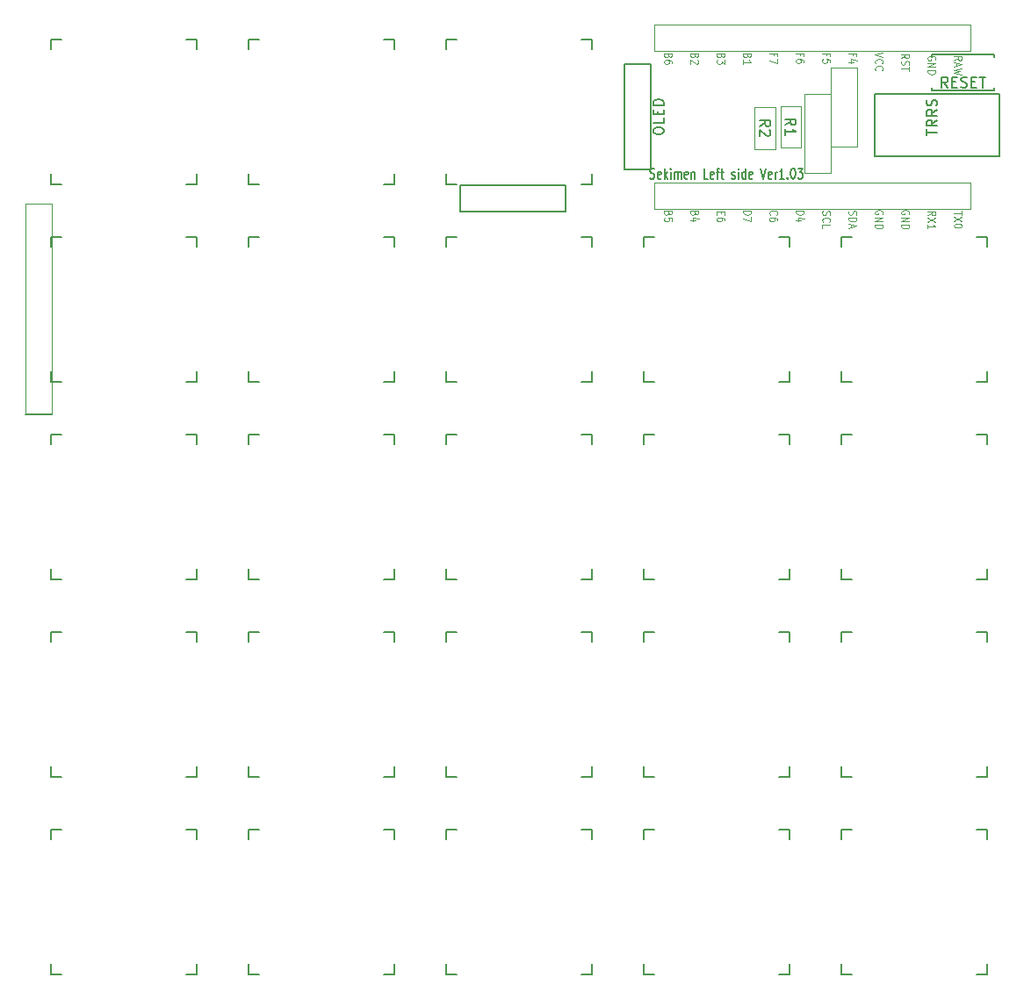
<source format=gto>
G04 #@! TF.GenerationSoftware,KiCad,Pcbnew,(5.1.2)-2*
G04 #@! TF.CreationDate,2020-05-17T13:13:39+09:00*
G04 #@! TF.ProjectId,_5x4+3______Ver1.03,e6357834-2b33-4adf-9cdc-fcc95f566572,rev?*
G04 #@! TF.SameCoordinates,Original*
G04 #@! TF.FileFunction,Legend,Top*
G04 #@! TF.FilePolarity,Positive*
%FSLAX46Y46*%
G04 Gerber Fmt 4.6, Leading zero omitted, Abs format (unit mm)*
G04 Created by KiCad (PCBNEW (5.1.2)-2) date 2020-05-17 13:13:39*
%MOMM*%
%LPD*%
G04 APERTURE LIST*
%ADD10C,0.150000*%
%ADD11C,0.127000*%
%ADD12C,0.120000*%
%ADD13C,0.125000*%
%ADD14C,1.900000*%
%ADD15C,2.100000*%
%ADD16C,4.200000*%
%ADD17C,1.400000*%
G04 APERTURE END LIST*
D10*
X73297619Y82416666D02*
X73773809Y82750000D01*
X73297619Y82988095D02*
X74297619Y82988095D01*
X74297619Y82607142D01*
X74250000Y82511904D01*
X74202380Y82464285D01*
X74107142Y82416666D01*
X73964285Y82416666D01*
X73869047Y82464285D01*
X73821428Y82511904D01*
X73773809Y82607142D01*
X73773809Y82988095D01*
X73297619Y81464285D02*
X73297619Y82035714D01*
X73297619Y81750000D02*
X74297619Y81750000D01*
X74154761Y81845238D01*
X74059523Y81940476D01*
X74011904Y82035714D01*
X70837619Y82316666D02*
X71313809Y82650000D01*
X70837619Y82888095D02*
X71837619Y82888095D01*
X71837619Y82507142D01*
X71790000Y82411904D01*
X71742380Y82364285D01*
X71647142Y82316666D01*
X71504285Y82316666D01*
X71409047Y82364285D01*
X71361428Y82411904D01*
X71313809Y82507142D01*
X71313809Y82888095D01*
X71742380Y81935714D02*
X71790000Y81888095D01*
X71837619Y81792857D01*
X71837619Y81554761D01*
X71790000Y81459523D01*
X71742380Y81411904D01*
X71647142Y81364285D01*
X71551904Y81364285D01*
X71409047Y81411904D01*
X70837619Y81983333D01*
X70837619Y81364285D01*
D11*
X60242857Y77295238D02*
X60350000Y77247619D01*
X60528571Y77247619D01*
X60600000Y77295238D01*
X60635714Y77342857D01*
X60671428Y77438095D01*
X60671428Y77533333D01*
X60635714Y77628571D01*
X60600000Y77676190D01*
X60528571Y77723809D01*
X60385714Y77771428D01*
X60314285Y77819047D01*
X60278571Y77866666D01*
X60242857Y77961904D01*
X60242857Y78057142D01*
X60278571Y78152380D01*
X60314285Y78200000D01*
X60385714Y78247619D01*
X60564285Y78247619D01*
X60671428Y78200000D01*
X61278571Y77295238D02*
X61207142Y77247619D01*
X61064285Y77247619D01*
X60992857Y77295238D01*
X60957142Y77390476D01*
X60957142Y77771428D01*
X60992857Y77866666D01*
X61064285Y77914285D01*
X61207142Y77914285D01*
X61278571Y77866666D01*
X61314285Y77771428D01*
X61314285Y77676190D01*
X60957142Y77580952D01*
X61635714Y77247619D02*
X61635714Y78247619D01*
X61707142Y77628571D02*
X61921428Y77247619D01*
X61921428Y77914285D02*
X61635714Y77533333D01*
X62242857Y77247619D02*
X62242857Y77914285D01*
X62242857Y78247619D02*
X62207142Y78200000D01*
X62242857Y78152380D01*
X62278571Y78200000D01*
X62242857Y78247619D01*
X62242857Y78152380D01*
X62600000Y77247619D02*
X62600000Y77914285D01*
X62600000Y77819047D02*
X62635714Y77866666D01*
X62707142Y77914285D01*
X62814285Y77914285D01*
X62885714Y77866666D01*
X62921428Y77771428D01*
X62921428Y77247619D01*
X62921428Y77771428D02*
X62957142Y77866666D01*
X63028571Y77914285D01*
X63135714Y77914285D01*
X63207142Y77866666D01*
X63242857Y77771428D01*
X63242857Y77247619D01*
X63885714Y77295238D02*
X63814285Y77247619D01*
X63671428Y77247619D01*
X63600000Y77295238D01*
X63564285Y77390476D01*
X63564285Y77771428D01*
X63600000Y77866666D01*
X63671428Y77914285D01*
X63814285Y77914285D01*
X63885714Y77866666D01*
X63921428Y77771428D01*
X63921428Y77676190D01*
X63564285Y77580952D01*
X64242857Y77914285D02*
X64242857Y77247619D01*
X64242857Y77819047D02*
X64278571Y77866666D01*
X64350000Y77914285D01*
X64457142Y77914285D01*
X64528571Y77866666D01*
X64564285Y77771428D01*
X64564285Y77247619D01*
X65850000Y77247619D02*
X65492857Y77247619D01*
X65492857Y78247619D01*
X66385714Y77295238D02*
X66314285Y77247619D01*
X66171428Y77247619D01*
X66100000Y77295238D01*
X66064285Y77390476D01*
X66064285Y77771428D01*
X66100000Y77866666D01*
X66171428Y77914285D01*
X66314285Y77914285D01*
X66385714Y77866666D01*
X66421428Y77771428D01*
X66421428Y77676190D01*
X66064285Y77580952D01*
X66635714Y77914285D02*
X66921428Y77914285D01*
X66742857Y77247619D02*
X66742857Y78104761D01*
X66778571Y78200000D01*
X66850000Y78247619D01*
X66921428Y78247619D01*
X67064285Y77914285D02*
X67350000Y77914285D01*
X67171428Y78247619D02*
X67171428Y77390476D01*
X67207142Y77295238D01*
X67278571Y77247619D01*
X67350000Y77247619D01*
X68135714Y77295238D02*
X68207142Y77247619D01*
X68350000Y77247619D01*
X68421428Y77295238D01*
X68457142Y77390476D01*
X68457142Y77438095D01*
X68421428Y77533333D01*
X68350000Y77580952D01*
X68242857Y77580952D01*
X68171428Y77628571D01*
X68135714Y77723809D01*
X68135714Y77771428D01*
X68171428Y77866666D01*
X68242857Y77914285D01*
X68350000Y77914285D01*
X68421428Y77866666D01*
X68778571Y77247619D02*
X68778571Y77914285D01*
X68778571Y78247619D02*
X68742857Y78200000D01*
X68778571Y78152380D01*
X68814285Y78200000D01*
X68778571Y78247619D01*
X68778571Y78152380D01*
X69457142Y77247619D02*
X69457142Y78247619D01*
X69457142Y77295238D02*
X69385714Y77247619D01*
X69242857Y77247619D01*
X69171428Y77295238D01*
X69135714Y77342857D01*
X69100000Y77438095D01*
X69100000Y77723809D01*
X69135714Y77819047D01*
X69171428Y77866666D01*
X69242857Y77914285D01*
X69385714Y77914285D01*
X69457142Y77866666D01*
X70100000Y77295238D02*
X70028571Y77247619D01*
X69885714Y77247619D01*
X69814285Y77295238D01*
X69778571Y77390476D01*
X69778571Y77771428D01*
X69814285Y77866666D01*
X69885714Y77914285D01*
X70028571Y77914285D01*
X70100000Y77866666D01*
X70135714Y77771428D01*
X70135714Y77676190D01*
X69778571Y77580952D01*
X70921428Y78247619D02*
X71171428Y77247619D01*
X71421428Y78247619D01*
X71957142Y77295238D02*
X71885714Y77247619D01*
X71742857Y77247619D01*
X71671428Y77295238D01*
X71635714Y77390476D01*
X71635714Y77771428D01*
X71671428Y77866666D01*
X71742857Y77914285D01*
X71885714Y77914285D01*
X71957142Y77866666D01*
X71992857Y77771428D01*
X71992857Y77676190D01*
X71635714Y77580952D01*
X72314285Y77247619D02*
X72314285Y77914285D01*
X72314285Y77723809D02*
X72350000Y77819047D01*
X72385714Y77866666D01*
X72457142Y77914285D01*
X72528571Y77914285D01*
X73171428Y77247619D02*
X72742857Y77247619D01*
X72957142Y77247619D02*
X72957142Y78247619D01*
X72885714Y78104761D01*
X72814285Y78009523D01*
X72742857Y77961904D01*
X73492857Y77342857D02*
X73528571Y77295238D01*
X73492857Y77247619D01*
X73457142Y77295238D01*
X73492857Y77342857D01*
X73492857Y77247619D01*
X73992857Y78247619D02*
X74064285Y78247619D01*
X74135714Y78200000D01*
X74171428Y78152380D01*
X74207142Y78057142D01*
X74242857Y77866666D01*
X74242857Y77628571D01*
X74207142Y77438095D01*
X74171428Y77342857D01*
X74135714Y77295238D01*
X74064285Y77247619D01*
X73992857Y77247619D01*
X73921428Y77295238D01*
X73885714Y77342857D01*
X73850000Y77438095D01*
X73814285Y77628571D01*
X73814285Y77866666D01*
X73850000Y78057142D01*
X73885714Y78152380D01*
X73921428Y78200000D01*
X73992857Y78247619D01*
X74492857Y78247619D02*
X74957142Y78247619D01*
X74707142Y77866666D01*
X74814285Y77866666D01*
X74885714Y77819047D01*
X74921428Y77771428D01*
X74957142Y77676190D01*
X74957142Y77438095D01*
X74921428Y77342857D01*
X74885714Y77295238D01*
X74814285Y77247619D01*
X74600000Y77247619D01*
X74528571Y77295238D01*
X74492857Y77342857D01*
D10*
X3500000Y38600000D02*
X2500000Y38600000D01*
X2500000Y39600000D02*
X2500000Y38600000D01*
X16500000Y52600000D02*
X15500000Y52600000D01*
X16500000Y51600000D02*
X16500000Y52600000D01*
X16500000Y38600000D02*
X16500000Y39600000D01*
X15500000Y38600000D02*
X16500000Y38600000D01*
X2500000Y52600000D02*
X3500000Y52600000D01*
X2500000Y51600000D02*
X2500000Y52600000D01*
X60650000Y57650000D02*
X59650000Y57650000D01*
X59650000Y58650000D02*
X59650000Y57650000D01*
X73650000Y71650000D02*
X72650000Y71650000D01*
X73650000Y70650000D02*
X73650000Y71650000D01*
X73650000Y57650000D02*
X73650000Y58650000D01*
X72650000Y57650000D02*
X73650000Y57650000D01*
X59650000Y71650000D02*
X60650000Y71650000D01*
X59650000Y70650000D02*
X59650000Y71650000D01*
X41600000Y57650000D02*
X40600000Y57650000D01*
X40600000Y58650000D02*
X40600000Y57650000D01*
X54600000Y71650000D02*
X53600000Y71650000D01*
X54600000Y70650000D02*
X54600000Y71650000D01*
X54600000Y57650000D02*
X54600000Y58650000D01*
X53600000Y57650000D02*
X54600000Y57650000D01*
X40600000Y71650000D02*
X41600000Y71650000D01*
X40600000Y70650000D02*
X40600000Y71650000D01*
X22550000Y57650000D02*
X21550000Y57650000D01*
X21550000Y58650000D02*
X21550000Y57650000D01*
X35550000Y71650000D02*
X34550000Y71650000D01*
X35550000Y70650000D02*
X35550000Y71650000D01*
X35550000Y57650000D02*
X35550000Y58650000D01*
X34550000Y57650000D02*
X35550000Y57650000D01*
X21550000Y71650000D02*
X22550000Y71650000D01*
X21550000Y70650000D02*
X21550000Y71650000D01*
X3500000Y57650000D02*
X2500000Y57650000D01*
X2500000Y58650000D02*
X2500000Y57650000D01*
X16500000Y71650000D02*
X15500000Y71650000D01*
X16500000Y70650000D02*
X16500000Y71650000D01*
X16500000Y57650000D02*
X16500000Y58650000D01*
X15500000Y57650000D02*
X16500000Y57650000D01*
X2500000Y71650000D02*
X3500000Y71650000D01*
X2500000Y70650000D02*
X2500000Y71650000D01*
X3500000Y76700000D02*
X2500000Y76700000D01*
X2500000Y77700000D02*
X2500000Y76700000D01*
X16500000Y90700000D02*
X15500000Y90700000D01*
X16500000Y89700000D02*
X16500000Y90700000D01*
X16500000Y76700000D02*
X16500000Y77700000D01*
X15500000Y76700000D02*
X16500000Y76700000D01*
X2500000Y90700000D02*
X3500000Y90700000D01*
X2500000Y89700000D02*
X2500000Y90700000D01*
X3500000Y19550000D02*
X2500000Y19550000D01*
X2500000Y20550000D02*
X2500000Y19550000D01*
X16500000Y33550000D02*
X15500000Y33550000D01*
X16500000Y32550000D02*
X16500000Y33550000D01*
X16500000Y19550000D02*
X16500000Y20550000D01*
X15500000Y19550000D02*
X16500000Y19550000D01*
X2500000Y33550000D02*
X3500000Y33550000D01*
X2500000Y32550000D02*
X2500000Y33550000D01*
X3500000Y500000D02*
X2500000Y500000D01*
X2500000Y1500000D02*
X2500000Y500000D01*
X16500000Y14500000D02*
X15500000Y14500000D01*
X16500000Y13500000D02*
X16500000Y14500000D01*
X16500000Y500000D02*
X16500000Y1500000D01*
X15500000Y500000D02*
X16500000Y500000D01*
X2500000Y14500000D02*
X3500000Y14500000D01*
X2500000Y13500000D02*
X2500000Y14500000D01*
X22550000Y76700000D02*
X21550000Y76700000D01*
X21550000Y77700000D02*
X21550000Y76700000D01*
X35550000Y90700000D02*
X34550000Y90700000D01*
X35550000Y89700000D02*
X35550000Y90700000D01*
X35550000Y76700000D02*
X35550000Y77700000D01*
X34550000Y76700000D02*
X35550000Y76700000D01*
X21550000Y90700000D02*
X22550000Y90700000D01*
X21550000Y89700000D02*
X21550000Y90700000D01*
X22550000Y38600000D02*
X21550000Y38600000D01*
X21550000Y39600000D02*
X21550000Y38600000D01*
X35550000Y52600000D02*
X34550000Y52600000D01*
X35550000Y51600000D02*
X35550000Y52600000D01*
X35550000Y38600000D02*
X35550000Y39600000D01*
X34550000Y38600000D02*
X35550000Y38600000D01*
X21550000Y52600000D02*
X22550000Y52600000D01*
X21550000Y51600000D02*
X21550000Y52600000D01*
X22550000Y19550000D02*
X21550000Y19550000D01*
X21550000Y20550000D02*
X21550000Y19550000D01*
X35550000Y33550000D02*
X34550000Y33550000D01*
X35550000Y32550000D02*
X35550000Y33550000D01*
X35550000Y19550000D02*
X35550000Y20550000D01*
X34550000Y19550000D02*
X35550000Y19550000D01*
X21550000Y33550000D02*
X22550000Y33550000D01*
X21550000Y32550000D02*
X21550000Y33550000D01*
X22550000Y500000D02*
X21550000Y500000D01*
X21550000Y1500000D02*
X21550000Y500000D01*
X35550000Y14500000D02*
X34550000Y14500000D01*
X35550000Y13500000D02*
X35550000Y14500000D01*
X35550000Y500000D02*
X35550000Y1500000D01*
X34550000Y500000D02*
X35550000Y500000D01*
X21550000Y14500000D02*
X22550000Y14500000D01*
X21550000Y13500000D02*
X21550000Y14500000D01*
X41600000Y76700000D02*
X40600000Y76700000D01*
X40600000Y77700000D02*
X40600000Y76700000D01*
X54600000Y90700000D02*
X53600000Y90700000D01*
X54600000Y89700000D02*
X54600000Y90700000D01*
X54600000Y76700000D02*
X54600000Y77700000D01*
X53600000Y76700000D02*
X54600000Y76700000D01*
X40600000Y90700000D02*
X41600000Y90700000D01*
X40600000Y89700000D02*
X40600000Y90700000D01*
X41600000Y38600000D02*
X40600000Y38600000D01*
X40600000Y39600000D02*
X40600000Y38600000D01*
X54600000Y52600000D02*
X53600000Y52600000D01*
X54600000Y51600000D02*
X54600000Y52600000D01*
X54600000Y38600000D02*
X54600000Y39600000D01*
X53600000Y38600000D02*
X54600000Y38600000D01*
X40600000Y52600000D02*
X41600000Y52600000D01*
X40600000Y51600000D02*
X40600000Y52600000D01*
X41600000Y19550000D02*
X40600000Y19550000D01*
X40600000Y20550000D02*
X40600000Y19550000D01*
X54600000Y33550000D02*
X53600000Y33550000D01*
X54600000Y32550000D02*
X54600000Y33550000D01*
X54600000Y19550000D02*
X54600000Y20550000D01*
X53600000Y19550000D02*
X54600000Y19550000D01*
X40600000Y33550000D02*
X41600000Y33550000D01*
X40600000Y32550000D02*
X40600000Y33550000D01*
X41600000Y500000D02*
X40600000Y500000D01*
X40600000Y1500000D02*
X40600000Y500000D01*
X54600000Y14500000D02*
X53600000Y14500000D01*
X54600000Y13500000D02*
X54600000Y14500000D01*
X54600000Y500000D02*
X54600000Y1500000D01*
X53600000Y500000D02*
X54600000Y500000D01*
X40600000Y14500000D02*
X41600000Y14500000D01*
X40600000Y13500000D02*
X40600000Y14500000D01*
X60650000Y38600000D02*
X59650000Y38600000D01*
X59650000Y39600000D02*
X59650000Y38600000D01*
X73650000Y52600000D02*
X72650000Y52600000D01*
X73650000Y51600000D02*
X73650000Y52600000D01*
X73650000Y38600000D02*
X73650000Y39600000D01*
X72650000Y38600000D02*
X73650000Y38600000D01*
X59650000Y52600000D02*
X60650000Y52600000D01*
X59650000Y51600000D02*
X59650000Y52600000D01*
X60650000Y19550000D02*
X59650000Y19550000D01*
X59650000Y20550000D02*
X59650000Y19550000D01*
X73650000Y33550000D02*
X72650000Y33550000D01*
X73650000Y32550000D02*
X73650000Y33550000D01*
X73650000Y19550000D02*
X73650000Y20550000D01*
X72650000Y19550000D02*
X73650000Y19550000D01*
X59650000Y33550000D02*
X60650000Y33550000D01*
X59650000Y32550000D02*
X59650000Y33550000D01*
X60650000Y500000D02*
X59650000Y500000D01*
X59650000Y1500000D02*
X59650000Y500000D01*
X73650000Y14500000D02*
X72650000Y14500000D01*
X73650000Y13500000D02*
X73650000Y14500000D01*
X73650000Y500000D02*
X73650000Y1500000D01*
X72650000Y500000D02*
X73650000Y500000D01*
X59650000Y14500000D02*
X60650000Y14500000D01*
X59650000Y13500000D02*
X59650000Y14500000D01*
X79700000Y57650000D02*
X78700000Y57650000D01*
X78700000Y58650000D02*
X78700000Y57650000D01*
X92700000Y71650000D02*
X91700000Y71650000D01*
X92700000Y70650000D02*
X92700000Y71650000D01*
X92700000Y57650000D02*
X92700000Y58650000D01*
X91700000Y57650000D02*
X92700000Y57650000D01*
X78700000Y71650000D02*
X79700000Y71650000D01*
X78700000Y70650000D02*
X78700000Y71650000D01*
X79700000Y38600000D02*
X78700000Y38600000D01*
X78700000Y39600000D02*
X78700000Y38600000D01*
X92700000Y52600000D02*
X91700000Y52600000D01*
X92700000Y51600000D02*
X92700000Y52600000D01*
X92700000Y38600000D02*
X92700000Y39600000D01*
X91700000Y38600000D02*
X92700000Y38600000D01*
X78700000Y52600000D02*
X79700000Y52600000D01*
X78700000Y51600000D02*
X78700000Y52600000D01*
X79700000Y19550000D02*
X78700000Y19550000D01*
X78700000Y20550000D02*
X78700000Y19550000D01*
X92700000Y33550000D02*
X91700000Y33550000D01*
X92700000Y32550000D02*
X92700000Y33550000D01*
X92700000Y19550000D02*
X92700000Y20550000D01*
X91700000Y19550000D02*
X92700000Y19550000D01*
X78700000Y33550000D02*
X79700000Y33550000D01*
X78700000Y32550000D02*
X78700000Y33550000D01*
X79700000Y500000D02*
X78700000Y500000D01*
X78700000Y1500000D02*
X78700000Y500000D01*
X92700000Y14500000D02*
X91700000Y14500000D01*
X92700000Y13500000D02*
X92700000Y14500000D01*
X92700000Y500000D02*
X92700000Y1500000D01*
X91700000Y500000D02*
X92700000Y500000D01*
X78700000Y14500000D02*
X79700000Y14500000D01*
X78700000Y13500000D02*
X78700000Y14500000D01*
D12*
X2540000Y74810000D02*
X2540000Y54490000D01*
X0Y74810000D02*
X2540000Y74810000D01*
X0Y54490000D02*
X0Y74810000D01*
D10*
X2540000Y54490000D02*
X0Y54490000D01*
D12*
X91170000Y90850000D02*
X91170000Y89580000D01*
X91170000Y89580000D02*
X60690000Y89580000D01*
X60690000Y89580000D02*
X60690000Y92120000D01*
X60690000Y92120000D02*
X91170000Y92120000D01*
X91170000Y92120000D02*
X91170000Y89580000D01*
X91170000Y76880000D02*
X91170000Y74340000D01*
X91170000Y76880000D02*
X60690000Y76880000D01*
X60690000Y76880000D02*
X60690000Y74340000D01*
X60690000Y74340000D02*
X91170000Y74340000D01*
D10*
X81900000Y85450000D02*
X93900000Y85450000D01*
X81900000Y79450000D02*
X81900000Y85450000D01*
X93900000Y79450000D02*
X81900000Y79450000D01*
X93900000Y85450000D02*
X93900000Y79450000D01*
X57730000Y88290000D02*
X60270000Y88290000D01*
X60270000Y78130000D02*
X57730000Y78130000D01*
X60270000Y88290000D02*
X60270000Y78130000D01*
X57730000Y88290000D02*
X57730000Y78130000D01*
D12*
X75160000Y77800000D02*
X75160000Y85420000D01*
X75160000Y85420000D02*
X77700000Y85420000D01*
X77700000Y85420000D02*
X77700000Y77800000D01*
X75160000Y85420000D02*
X77700000Y85420000D01*
X77700000Y77800000D02*
X75160000Y77800000D01*
X80240000Y80340000D02*
X77700000Y80340000D01*
X77700000Y87960000D02*
X80240000Y87960000D01*
X80240000Y87960000D02*
X80240000Y80340000D01*
X77700000Y87960000D02*
X80240000Y87960000D01*
X77700000Y80340000D02*
X77700000Y87960000D01*
D10*
X87400000Y85750000D02*
X87400000Y86000000D01*
X93400000Y85750000D02*
X87400000Y85750000D01*
X93400000Y85750000D02*
X93400000Y86000000D01*
X93400000Y89250000D02*
X93400000Y89000000D01*
X87400000Y89250000D02*
X87400000Y89000000D01*
X93400000Y89250000D02*
X87400000Y89250000D01*
D12*
X72800000Y84230000D02*
X74800000Y84230000D01*
X74800000Y84230000D02*
X74800000Y80230000D01*
X74800000Y80230000D02*
X72800000Y80230000D01*
X72800000Y80230000D02*
X72800000Y82230000D01*
X72800000Y82230000D02*
X72800000Y84230000D01*
X70300000Y84130000D02*
X72300000Y84130000D01*
X72300000Y84130000D02*
X72300000Y80130000D01*
X72300000Y80130000D02*
X70300000Y80130000D01*
X70300000Y80130000D02*
X70300000Y82130000D01*
X70300000Y82130000D02*
X70300000Y84130000D01*
D10*
X41900000Y74110000D02*
X41900000Y76650000D01*
X52060000Y76650000D02*
X52060000Y74110000D01*
X41900000Y76650000D02*
X52060000Y76650000D01*
X41900000Y74110000D02*
X52060000Y74110000D01*
D13*
X64553571Y73936488D02*
X64517857Y73840773D01*
X64482142Y73808869D01*
X64410714Y73776964D01*
X64303571Y73776964D01*
X64232142Y73808869D01*
X64196428Y73840773D01*
X64160714Y73904583D01*
X64160714Y74159821D01*
X64910714Y74159821D01*
X64910714Y73936488D01*
X64875000Y73872678D01*
X64839285Y73840773D01*
X64767857Y73808869D01*
X64696428Y73808869D01*
X64625000Y73840773D01*
X64589285Y73872678D01*
X64553571Y73936488D01*
X64553571Y74159821D01*
X64660714Y73202678D02*
X64160714Y73202678D01*
X64946428Y73362202D02*
X64410714Y73521726D01*
X64410714Y73106964D01*
X87020714Y73705059D02*
X87377857Y73928392D01*
X87020714Y74087916D02*
X87770714Y74087916D01*
X87770714Y73832678D01*
X87735000Y73768869D01*
X87699285Y73736964D01*
X87627857Y73705059D01*
X87520714Y73705059D01*
X87449285Y73736964D01*
X87413571Y73768869D01*
X87377857Y73832678D01*
X87377857Y74087916D01*
X87770714Y73481726D02*
X87020714Y73035059D01*
X87770714Y73035059D02*
X87020714Y73481726D01*
X87020714Y72428869D02*
X87020714Y72811726D01*
X87020714Y72620297D02*
X87770714Y72620297D01*
X87663571Y72684107D01*
X87592142Y72747916D01*
X87556428Y72811726D01*
X62013571Y73936488D02*
X61977857Y73840773D01*
X61942142Y73808869D01*
X61870714Y73776964D01*
X61763571Y73776964D01*
X61692142Y73808869D01*
X61656428Y73840773D01*
X61620714Y73904583D01*
X61620714Y74159821D01*
X62370714Y74159821D01*
X62370714Y73936488D01*
X62335000Y73872678D01*
X62299285Y73840773D01*
X62227857Y73808869D01*
X62156428Y73808869D01*
X62085000Y73840773D01*
X62049285Y73872678D01*
X62013571Y73936488D01*
X62013571Y74159821D01*
X62370714Y73170773D02*
X62370714Y73489821D01*
X62013571Y73521726D01*
X62049285Y73489821D01*
X62085000Y73426011D01*
X62085000Y73266488D01*
X62049285Y73202678D01*
X62013571Y73170773D01*
X61942142Y73138869D01*
X61763571Y73138869D01*
X61692142Y73170773D01*
X61656428Y73202678D01*
X61620714Y73266488D01*
X61620714Y73426011D01*
X61656428Y73489821D01*
X61692142Y73521726D01*
X71852142Y73776964D02*
X71816428Y73808869D01*
X71780714Y73904583D01*
X71780714Y73968392D01*
X71816428Y74064107D01*
X71887857Y74127916D01*
X71959285Y74159821D01*
X72102142Y74191726D01*
X72209285Y74191726D01*
X72352142Y74159821D01*
X72423571Y74127916D01*
X72495000Y74064107D01*
X72530714Y73968392D01*
X72530714Y73904583D01*
X72495000Y73808869D01*
X72459285Y73776964D01*
X72530714Y73202678D02*
X72530714Y73330297D01*
X72495000Y73394107D01*
X72459285Y73426011D01*
X72352142Y73489821D01*
X72209285Y73521726D01*
X71923571Y73521726D01*
X71852142Y73489821D01*
X71816428Y73457916D01*
X71780714Y73394107D01*
X71780714Y73266488D01*
X71816428Y73202678D01*
X71852142Y73170773D01*
X71923571Y73138869D01*
X72102142Y73138869D01*
X72173571Y73170773D01*
X72209285Y73202678D01*
X72245000Y73266488D01*
X72245000Y73394107D01*
X72209285Y73457916D01*
X72173571Y73489821D01*
X72102142Y73521726D01*
X76896428Y74124107D02*
X76860714Y74028392D01*
X76860714Y73868869D01*
X76896428Y73805059D01*
X76932142Y73773154D01*
X77003571Y73741250D01*
X77075000Y73741250D01*
X77146428Y73773154D01*
X77182142Y73805059D01*
X77217857Y73868869D01*
X77253571Y73996488D01*
X77289285Y74060297D01*
X77325000Y74092202D01*
X77396428Y74124107D01*
X77467857Y74124107D01*
X77539285Y74092202D01*
X77575000Y74060297D01*
X77610714Y73996488D01*
X77610714Y73836964D01*
X77575000Y73741250D01*
X76932142Y73071250D02*
X76896428Y73103154D01*
X76860714Y73198869D01*
X76860714Y73262678D01*
X76896428Y73358392D01*
X76967857Y73422202D01*
X77039285Y73454107D01*
X77182142Y73486011D01*
X77289285Y73486011D01*
X77432142Y73454107D01*
X77503571Y73422202D01*
X77575000Y73358392D01*
X77610714Y73262678D01*
X77610714Y73198869D01*
X77575000Y73103154D01*
X77539285Y73071250D01*
X76860714Y72465059D02*
X76860714Y72784107D01*
X77610714Y72784107D01*
X79436428Y74156011D02*
X79400714Y74060297D01*
X79400714Y73900773D01*
X79436428Y73836964D01*
X79472142Y73805059D01*
X79543571Y73773154D01*
X79615000Y73773154D01*
X79686428Y73805059D01*
X79722142Y73836964D01*
X79757857Y73900773D01*
X79793571Y74028392D01*
X79829285Y74092202D01*
X79865000Y74124107D01*
X79936428Y74156011D01*
X80007857Y74156011D01*
X80079285Y74124107D01*
X80115000Y74092202D01*
X80150714Y74028392D01*
X80150714Y73868869D01*
X80115000Y73773154D01*
X79400714Y73486011D02*
X80150714Y73486011D01*
X80150714Y73326488D01*
X80115000Y73230773D01*
X80043571Y73166964D01*
X79972142Y73135059D01*
X79829285Y73103154D01*
X79722142Y73103154D01*
X79579285Y73135059D01*
X79507857Y73166964D01*
X79436428Y73230773D01*
X79400714Y73326488D01*
X79400714Y73486011D01*
X79615000Y72847916D02*
X79615000Y72528869D01*
X79400714Y72911726D02*
X80150714Y72688392D01*
X79400714Y72465059D01*
X74320714Y74159821D02*
X75070714Y74159821D01*
X75070714Y74000297D01*
X75035000Y73904583D01*
X74963571Y73840773D01*
X74892142Y73808869D01*
X74749285Y73776964D01*
X74642142Y73776964D01*
X74499285Y73808869D01*
X74427857Y73840773D01*
X74356428Y73904583D01*
X74320714Y74000297D01*
X74320714Y74159821D01*
X74820714Y73202678D02*
X74320714Y73202678D01*
X75106428Y73362202D02*
X74570714Y73521726D01*
X74570714Y73106964D01*
X90310714Y74124107D02*
X90310714Y73741250D01*
X89560714Y73932678D02*
X90310714Y73932678D01*
X90310714Y73581726D02*
X89560714Y73135059D01*
X90310714Y73135059D02*
X89560714Y73581726D01*
X90310714Y72752202D02*
X90310714Y72688392D01*
X90275000Y72624583D01*
X90239285Y72592678D01*
X90167857Y72560773D01*
X90025000Y72528869D01*
X89846428Y72528869D01*
X89703571Y72560773D01*
X89632142Y72592678D01*
X89596428Y72624583D01*
X89560714Y72688392D01*
X89560714Y72752202D01*
X89596428Y72816011D01*
X89632142Y72847916D01*
X89703571Y72879821D01*
X89846428Y72911726D01*
X90025000Y72911726D01*
X90167857Y72879821D01*
X90239285Y72847916D01*
X90275000Y72816011D01*
X90310714Y72752202D01*
X82655000Y73832678D02*
X82690714Y73896488D01*
X82690714Y73992202D01*
X82655000Y74087916D01*
X82583571Y74151726D01*
X82512142Y74183630D01*
X82369285Y74215535D01*
X82262142Y74215535D01*
X82119285Y74183630D01*
X82047857Y74151726D01*
X81976428Y74087916D01*
X81940714Y73992202D01*
X81940714Y73928392D01*
X81976428Y73832678D01*
X82012142Y73800773D01*
X82262142Y73800773D01*
X82262142Y73928392D01*
X81940714Y73513630D02*
X82690714Y73513630D01*
X81940714Y73130773D01*
X82690714Y73130773D01*
X81940714Y72811726D02*
X82690714Y72811726D01*
X82690714Y72652202D01*
X82655000Y72556488D01*
X82583571Y72492678D01*
X82512142Y72460773D01*
X82369285Y72428869D01*
X82262142Y72428869D01*
X82119285Y72460773D01*
X82047857Y72492678D01*
X81976428Y72556488D01*
X81940714Y72652202D01*
X81940714Y72811726D01*
X85195000Y73832678D02*
X85230714Y73896488D01*
X85230714Y73992202D01*
X85195000Y74087916D01*
X85123571Y74151726D01*
X85052142Y74183630D01*
X84909285Y74215535D01*
X84802142Y74215535D01*
X84659285Y74183630D01*
X84587857Y74151726D01*
X84516428Y74087916D01*
X84480714Y73992202D01*
X84480714Y73928392D01*
X84516428Y73832678D01*
X84552142Y73800773D01*
X84802142Y73800773D01*
X84802142Y73928392D01*
X84480714Y73513630D02*
X85230714Y73513630D01*
X84480714Y73130773D01*
X85230714Y73130773D01*
X84480714Y72811726D02*
X85230714Y72811726D01*
X85230714Y72652202D01*
X85195000Y72556488D01*
X85123571Y72492678D01*
X85052142Y72460773D01*
X84909285Y72428869D01*
X84802142Y72428869D01*
X84659285Y72460773D01*
X84587857Y72492678D01*
X84516428Y72556488D01*
X84480714Y72652202D01*
X84480714Y72811726D01*
X69240714Y74159821D02*
X69990714Y74159821D01*
X69990714Y74000297D01*
X69955000Y73904583D01*
X69883571Y73840773D01*
X69812142Y73808869D01*
X69669285Y73776964D01*
X69562142Y73776964D01*
X69419285Y73808869D01*
X69347857Y73840773D01*
X69276428Y73904583D01*
X69240714Y74000297D01*
X69240714Y74159821D01*
X69990714Y73553630D02*
X69990714Y73106964D01*
X69240714Y73394107D01*
X67093571Y74096011D02*
X67093571Y73872678D01*
X66700714Y73776964D02*
X66700714Y74096011D01*
X67450714Y74096011D01*
X67450714Y73776964D01*
X67450714Y73202678D02*
X67450714Y73330297D01*
X67415000Y73394107D01*
X67379285Y73426011D01*
X67272142Y73489821D01*
X67129285Y73521726D01*
X66843571Y73521726D01*
X66772142Y73489821D01*
X66736428Y73457916D01*
X66700714Y73394107D01*
X66700714Y73266488D01*
X66736428Y73202678D01*
X66772142Y73170773D01*
X66843571Y73138869D01*
X67022142Y73138869D01*
X67093571Y73170773D01*
X67129285Y73202678D01*
X67165000Y73266488D01*
X67165000Y73394107D01*
X67129285Y73457916D01*
X67093571Y73489821D01*
X67022142Y73521726D01*
X64553571Y89115892D02*
X64517857Y89020178D01*
X64482142Y88988273D01*
X64410714Y88956369D01*
X64303571Y88956369D01*
X64232142Y88988273D01*
X64196428Y89020178D01*
X64160714Y89083988D01*
X64160714Y89339226D01*
X64910714Y89339226D01*
X64910714Y89115892D01*
X64875000Y89052083D01*
X64839285Y89020178D01*
X64767857Y88988273D01*
X64696428Y88988273D01*
X64625000Y89020178D01*
X64589285Y89052083D01*
X64553571Y89115892D01*
X64553571Y89339226D01*
X64839285Y88701130D02*
X64875000Y88669226D01*
X64910714Y88605416D01*
X64910714Y88445892D01*
X64875000Y88382083D01*
X64839285Y88350178D01*
X64767857Y88318273D01*
X64696428Y88318273D01*
X64589285Y88350178D01*
X64160714Y88733035D01*
X64160714Y88318273D01*
X62013571Y89115892D02*
X61977857Y89020178D01*
X61942142Y88988273D01*
X61870714Y88956369D01*
X61763571Y88956369D01*
X61692142Y88988273D01*
X61656428Y89020178D01*
X61620714Y89083988D01*
X61620714Y89339226D01*
X62370714Y89339226D01*
X62370714Y89115892D01*
X62335000Y89052083D01*
X62299285Y89020178D01*
X62227857Y88988273D01*
X62156428Y88988273D01*
X62085000Y89020178D01*
X62049285Y89052083D01*
X62013571Y89115892D01*
X62013571Y89339226D01*
X62370714Y88382083D02*
X62370714Y88509702D01*
X62335000Y88573511D01*
X62299285Y88605416D01*
X62192142Y88669226D01*
X62049285Y88701130D01*
X61763571Y88701130D01*
X61692142Y88669226D01*
X61656428Y88637321D01*
X61620714Y88573511D01*
X61620714Y88445892D01*
X61656428Y88382083D01*
X61692142Y88350178D01*
X61763571Y88318273D01*
X61942142Y88318273D01*
X62013571Y88350178D01*
X62049285Y88382083D01*
X62085000Y88445892D01*
X62085000Y88573511D01*
X62049285Y88637321D01*
X62013571Y88669226D01*
X61942142Y88701130D01*
X67093571Y89115892D02*
X67057857Y89020178D01*
X67022142Y88988273D01*
X66950714Y88956369D01*
X66843571Y88956369D01*
X66772142Y88988273D01*
X66736428Y89020178D01*
X66700714Y89083988D01*
X66700714Y89339226D01*
X67450714Y89339226D01*
X67450714Y89115892D01*
X67415000Y89052083D01*
X67379285Y89020178D01*
X67307857Y88988273D01*
X67236428Y88988273D01*
X67165000Y89020178D01*
X67129285Y89052083D01*
X67093571Y89115892D01*
X67093571Y89339226D01*
X67450714Y88733035D02*
X67450714Y88318273D01*
X67165000Y88541607D01*
X67165000Y88445892D01*
X67129285Y88382083D01*
X67093571Y88350178D01*
X67022142Y88318273D01*
X66843571Y88318273D01*
X66772142Y88350178D01*
X66736428Y88382083D01*
X66700714Y88445892D01*
X66700714Y88637321D01*
X66736428Y88701130D01*
X66772142Y88733035D01*
X69633571Y89115892D02*
X69597857Y89020178D01*
X69562142Y88988273D01*
X69490714Y88956369D01*
X69383571Y88956369D01*
X69312142Y88988273D01*
X69276428Y89020178D01*
X69240714Y89083988D01*
X69240714Y89339226D01*
X69990714Y89339226D01*
X69990714Y89115892D01*
X69955000Y89052083D01*
X69919285Y89020178D01*
X69847857Y88988273D01*
X69776428Y88988273D01*
X69705000Y89020178D01*
X69669285Y89052083D01*
X69633571Y89115892D01*
X69633571Y89339226D01*
X69240714Y88318273D02*
X69240714Y88701130D01*
X69240714Y88509702D02*
X69990714Y88509702D01*
X69883571Y88573511D01*
X69812142Y88637321D01*
X69776428Y88701130D01*
X72173571Y89115892D02*
X72173571Y89339226D01*
X71780714Y89339226D02*
X72530714Y89339226D01*
X72530714Y89020178D01*
X72530714Y88828750D02*
X72530714Y88382083D01*
X71780714Y88669226D01*
X74713571Y89115892D02*
X74713571Y89339226D01*
X74320714Y89339226D02*
X75070714Y89339226D01*
X75070714Y89020178D01*
X75070714Y88477797D02*
X75070714Y88605416D01*
X75035000Y88669226D01*
X74999285Y88701130D01*
X74892142Y88764940D01*
X74749285Y88796845D01*
X74463571Y88796845D01*
X74392142Y88764940D01*
X74356428Y88733035D01*
X74320714Y88669226D01*
X74320714Y88541607D01*
X74356428Y88477797D01*
X74392142Y88445892D01*
X74463571Y88413988D01*
X74642142Y88413988D01*
X74713571Y88445892D01*
X74749285Y88477797D01*
X74785000Y88541607D01*
X74785000Y88669226D01*
X74749285Y88733035D01*
X74713571Y88764940D01*
X74642142Y88796845D01*
X77253571Y89115892D02*
X77253571Y89339226D01*
X76860714Y89339226D02*
X77610714Y89339226D01*
X77610714Y89020178D01*
X77610714Y88445892D02*
X77610714Y88764940D01*
X77253571Y88796845D01*
X77289285Y88764940D01*
X77325000Y88701130D01*
X77325000Y88541607D01*
X77289285Y88477797D01*
X77253571Y88445892D01*
X77182142Y88413988D01*
X77003571Y88413988D01*
X76932142Y88445892D01*
X76896428Y88477797D01*
X76860714Y88541607D01*
X76860714Y88701130D01*
X76896428Y88764940D01*
X76932142Y88796845D01*
X79793571Y89115892D02*
X79793571Y89339226D01*
X79400714Y89339226D02*
X80150714Y89339226D01*
X80150714Y89020178D01*
X79900714Y88477797D02*
X79400714Y88477797D01*
X80186428Y88637321D02*
X79650714Y88796845D01*
X79650714Y88382083D01*
X82690714Y89434940D02*
X81940714Y89211607D01*
X82690714Y88988273D01*
X82012142Y88382083D02*
X81976428Y88413988D01*
X81940714Y88509702D01*
X81940714Y88573511D01*
X81976428Y88669226D01*
X82047857Y88733035D01*
X82119285Y88764940D01*
X82262142Y88796845D01*
X82369285Y88796845D01*
X82512142Y88764940D01*
X82583571Y88733035D01*
X82655000Y88669226D01*
X82690714Y88573511D01*
X82690714Y88509702D01*
X82655000Y88413988D01*
X82619285Y88382083D01*
X82012142Y87712083D02*
X81976428Y87743988D01*
X81940714Y87839702D01*
X81940714Y87903511D01*
X81976428Y87999226D01*
X82047857Y88063035D01*
X82119285Y88094940D01*
X82262142Y88126845D01*
X82369285Y88126845D01*
X82512142Y88094940D01*
X82583571Y88063035D01*
X82655000Y87999226D01*
X82690714Y87903511D01*
X82690714Y87839702D01*
X82655000Y87743988D01*
X82619285Y87712083D01*
X84460714Y88876369D02*
X84817857Y89099702D01*
X84460714Y89259226D02*
X85210714Y89259226D01*
X85210714Y89003988D01*
X85175000Y88940178D01*
X85139285Y88908273D01*
X85067857Y88876369D01*
X84960714Y88876369D01*
X84889285Y88908273D01*
X84853571Y88940178D01*
X84817857Y89003988D01*
X84817857Y89259226D01*
X84496428Y88621130D02*
X84460714Y88525416D01*
X84460714Y88365892D01*
X84496428Y88302083D01*
X84532142Y88270178D01*
X84603571Y88238273D01*
X84675000Y88238273D01*
X84746428Y88270178D01*
X84782142Y88302083D01*
X84817857Y88365892D01*
X84853571Y88493511D01*
X84889285Y88557321D01*
X84925000Y88589226D01*
X84996428Y88621130D01*
X85067857Y88621130D01*
X85139285Y88589226D01*
X85175000Y88557321D01*
X85210714Y88493511D01*
X85210714Y88333988D01*
X85175000Y88238273D01*
X85210714Y88046845D02*
X85210714Y87663988D01*
X84460714Y87855416D02*
X85210714Y87855416D01*
X89560714Y88676369D02*
X89917857Y88899702D01*
X89560714Y89059226D02*
X90310714Y89059226D01*
X90310714Y88803988D01*
X90275000Y88740178D01*
X90239285Y88708273D01*
X90167857Y88676369D01*
X90060714Y88676369D01*
X89989285Y88708273D01*
X89953571Y88740178D01*
X89917857Y88803988D01*
X89917857Y89059226D01*
X89775000Y88421130D02*
X89775000Y88102083D01*
X89560714Y88484940D02*
X90310714Y88261607D01*
X89560714Y88038273D01*
X90310714Y87878750D02*
X89560714Y87719226D01*
X90096428Y87591607D01*
X89560714Y87463988D01*
X90310714Y87304464D01*
X87735000Y88708273D02*
X87770714Y88772083D01*
X87770714Y88867797D01*
X87735000Y88963511D01*
X87663571Y89027321D01*
X87592142Y89059226D01*
X87449285Y89091130D01*
X87342142Y89091130D01*
X87199285Y89059226D01*
X87127857Y89027321D01*
X87056428Y88963511D01*
X87020714Y88867797D01*
X87020714Y88803988D01*
X87056428Y88708273D01*
X87092142Y88676369D01*
X87342142Y88676369D01*
X87342142Y88803988D01*
X87020714Y88389226D02*
X87770714Y88389226D01*
X87020714Y88006369D01*
X87770714Y88006369D01*
X87020714Y87687321D02*
X87770714Y87687321D01*
X87770714Y87527797D01*
X87735000Y87432083D01*
X87663571Y87368273D01*
X87592142Y87336369D01*
X87449285Y87304464D01*
X87342142Y87304464D01*
X87199285Y87336369D01*
X87127857Y87368273D01*
X87056428Y87432083D01*
X87020714Y87527797D01*
X87020714Y87687321D01*
D10*
X86902380Y81438095D02*
X86902380Y82009523D01*
X87902380Y81723809D02*
X86902380Y81723809D01*
X87902380Y82914285D02*
X87426190Y82580952D01*
X87902380Y82342857D02*
X86902380Y82342857D01*
X86902380Y82723809D01*
X86950000Y82819047D01*
X86997619Y82866666D01*
X87092857Y82914285D01*
X87235714Y82914285D01*
X87330952Y82866666D01*
X87378571Y82819047D01*
X87426190Y82723809D01*
X87426190Y82342857D01*
X87902380Y83914285D02*
X87426190Y83580952D01*
X87902380Y83342857D02*
X86902380Y83342857D01*
X86902380Y83723809D01*
X86950000Y83819047D01*
X86997619Y83866666D01*
X87092857Y83914285D01*
X87235714Y83914285D01*
X87330952Y83866666D01*
X87378571Y83819047D01*
X87426190Y83723809D01*
X87426190Y83342857D01*
X87854761Y84295238D02*
X87902380Y84438095D01*
X87902380Y84676190D01*
X87854761Y84771428D01*
X87807142Y84819047D01*
X87711904Y84866666D01*
X87616666Y84866666D01*
X87521428Y84819047D01*
X87473809Y84771428D01*
X87426190Y84676190D01*
X87378571Y84485714D01*
X87330952Y84390476D01*
X87283333Y84342857D01*
X87188095Y84295238D01*
X87092857Y84295238D01*
X86997619Y84342857D01*
X86950000Y84390476D01*
X86902380Y84485714D01*
X86902380Y84723809D01*
X86950000Y84866666D01*
X60552380Y81767619D02*
X60552380Y81958095D01*
X60600000Y82053333D01*
X60695238Y82148571D01*
X60885714Y82196190D01*
X61219047Y82196190D01*
X61409523Y82148571D01*
X61504761Y82053333D01*
X61552380Y81958095D01*
X61552380Y81767619D01*
X61504761Y81672380D01*
X61409523Y81577142D01*
X61219047Y81529523D01*
X60885714Y81529523D01*
X60695238Y81577142D01*
X60600000Y81672380D01*
X60552380Y81767619D01*
X61552380Y83100952D02*
X61552380Y82624761D01*
X60552380Y82624761D01*
X61028571Y83434285D02*
X61028571Y83767619D01*
X61552380Y83910476D02*
X61552380Y83434285D01*
X60552380Y83434285D01*
X60552380Y83910476D01*
X61552380Y84339047D02*
X60552380Y84339047D01*
X60552380Y84577142D01*
X60600000Y84720000D01*
X60695238Y84815238D01*
X60790476Y84862857D01*
X60980952Y84910476D01*
X61123809Y84910476D01*
X61314285Y84862857D01*
X61409523Y84815238D01*
X61504761Y84720000D01*
X61552380Y84577142D01*
X61552380Y84339047D01*
X88947619Y86047619D02*
X88614285Y86523809D01*
X88376190Y86047619D02*
X88376190Y87047619D01*
X88757142Y87047619D01*
X88852380Y87000000D01*
X88900000Y86952380D01*
X88947619Y86857142D01*
X88947619Y86714285D01*
X88900000Y86619047D01*
X88852380Y86571428D01*
X88757142Y86523809D01*
X88376190Y86523809D01*
X89376190Y86571428D02*
X89709523Y86571428D01*
X89852380Y86047619D02*
X89376190Y86047619D01*
X89376190Y87047619D01*
X89852380Y87047619D01*
X90233333Y86095238D02*
X90376190Y86047619D01*
X90614285Y86047619D01*
X90709523Y86095238D01*
X90757142Y86142857D01*
X90804761Y86238095D01*
X90804761Y86333333D01*
X90757142Y86428571D01*
X90709523Y86476190D01*
X90614285Y86523809D01*
X90423809Y86571428D01*
X90328571Y86619047D01*
X90280952Y86666666D01*
X90233333Y86761904D01*
X90233333Y86857142D01*
X90280952Y86952380D01*
X90328571Y87000000D01*
X90423809Y87047619D01*
X90661904Y87047619D01*
X90804761Y87000000D01*
X91233333Y86571428D02*
X91566666Y86571428D01*
X91709523Y86047619D02*
X91233333Y86047619D01*
X91233333Y87047619D01*
X91709523Y87047619D01*
X91995238Y87047619D02*
X92566666Y87047619D01*
X92280952Y86047619D02*
X92280952Y87047619D01*
%LPC*%
D14*
X14580000Y45600000D03*
X4420000Y45600000D03*
D15*
X15000000Y45600000D03*
X4000000Y45600000D03*
D16*
X9500000Y45600000D03*
D14*
X71730000Y64650000D03*
X61570000Y64650000D03*
D15*
X72150000Y64650000D03*
X61150000Y64650000D03*
D16*
X66650000Y64650000D03*
D14*
X52680000Y64650000D03*
X42520000Y64650000D03*
D15*
X53100000Y64650000D03*
X42100000Y64650000D03*
D16*
X47600000Y64650000D03*
D14*
X33630000Y64650000D03*
X23470000Y64650000D03*
D15*
X34050000Y64650000D03*
X23050000Y64650000D03*
D16*
X28550000Y64650000D03*
D14*
X14580000Y64650000D03*
X4420000Y64650000D03*
D15*
X15000000Y64650000D03*
X4000000Y64650000D03*
D16*
X9500000Y64650000D03*
D14*
X14580000Y83700000D03*
X4420000Y83700000D03*
D15*
X15000000Y83700000D03*
X4000000Y83700000D03*
D16*
X9500000Y83700000D03*
D14*
X14580000Y26550000D03*
X4420000Y26550000D03*
D15*
X15000000Y26550000D03*
X4000000Y26550000D03*
D16*
X9500000Y26550000D03*
D14*
X14580000Y7500000D03*
X4420000Y7500000D03*
D15*
X15000000Y7500000D03*
X4000000Y7500000D03*
D16*
X9500000Y7500000D03*
D14*
X33630000Y83700000D03*
X23470000Y83700000D03*
D15*
X34050000Y83700000D03*
X23050000Y83700000D03*
D16*
X28550000Y83700000D03*
D14*
X33630000Y45600000D03*
X23470000Y45600000D03*
D15*
X34050000Y45600000D03*
X23050000Y45600000D03*
D16*
X28550000Y45600000D03*
D14*
X33630000Y26550000D03*
X23470000Y26550000D03*
D15*
X34050000Y26550000D03*
X23050000Y26550000D03*
D16*
X28550000Y26550000D03*
D14*
X33630000Y7500000D03*
X23470000Y7500000D03*
D15*
X34050000Y7500000D03*
X23050000Y7500000D03*
D16*
X28550000Y7500000D03*
D14*
X52680000Y83700000D03*
X42520000Y83700000D03*
D15*
X53100000Y83700000D03*
X42100000Y83700000D03*
D16*
X47600000Y83700000D03*
D14*
X52680000Y45600000D03*
X42520000Y45600000D03*
D15*
X53100000Y45600000D03*
X42100000Y45600000D03*
D16*
X47600000Y45600000D03*
D14*
X52680000Y26550000D03*
X42520000Y26550000D03*
D15*
X53100000Y26550000D03*
X42100000Y26550000D03*
D16*
X47600000Y26550000D03*
D14*
X52680000Y7500000D03*
X42520000Y7500000D03*
D15*
X53100000Y7500000D03*
X42100000Y7500000D03*
D16*
X47600000Y7500000D03*
D14*
X71730000Y45600000D03*
X61570000Y45600000D03*
D15*
X72150000Y45600000D03*
X61150000Y45600000D03*
D16*
X66650000Y45600000D03*
D14*
X71730000Y26550000D03*
X61570000Y26550000D03*
D15*
X72150000Y26550000D03*
X61150000Y26550000D03*
D16*
X66650000Y26550000D03*
D14*
X71730000Y7500000D03*
X61570000Y7500000D03*
D15*
X72150000Y7500000D03*
X61150000Y7500000D03*
D16*
X66650000Y7500000D03*
D14*
X90780000Y64650000D03*
X80620000Y64650000D03*
D15*
X91200000Y64650000D03*
X80200000Y64650000D03*
D16*
X85700000Y64650000D03*
D14*
X90780000Y45600000D03*
X80620000Y45600000D03*
D15*
X91200000Y45600000D03*
X80200000Y45600000D03*
D16*
X85700000Y45600000D03*
D14*
X90780000Y26550000D03*
X80620000Y26550000D03*
D15*
X91200000Y26550000D03*
X80200000Y26550000D03*
D16*
X85700000Y26550000D03*
D14*
X90780000Y7500000D03*
X80620000Y7500000D03*
D15*
X91200000Y7500000D03*
X80200000Y7500000D03*
D16*
X85700000Y7500000D03*
D17*
X85400000Y82450000D03*
M02*

</source>
